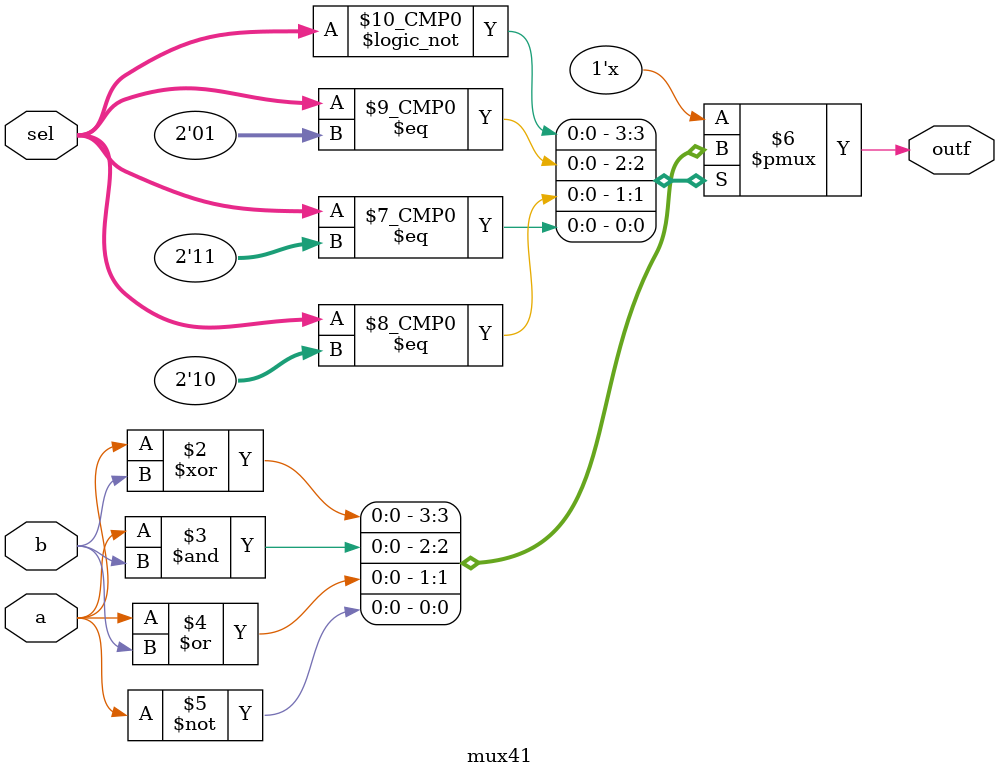
<source format=v>
`timescale 1ns / 1ps


module mux41(sel, a, b, outf);

input[1:0] sel;
input[0:0] a;
input[0:0] b;
output[0:0] outf;

reg outf;
wire[1:0] sel;

always @(sel)
begin
   case(sel)
       0 : outf = a^b;
       1 : outf = a&b;
       2 : outf = a|b;
       3 : outf = ~a;
   endcase
end

endmodule

</source>
